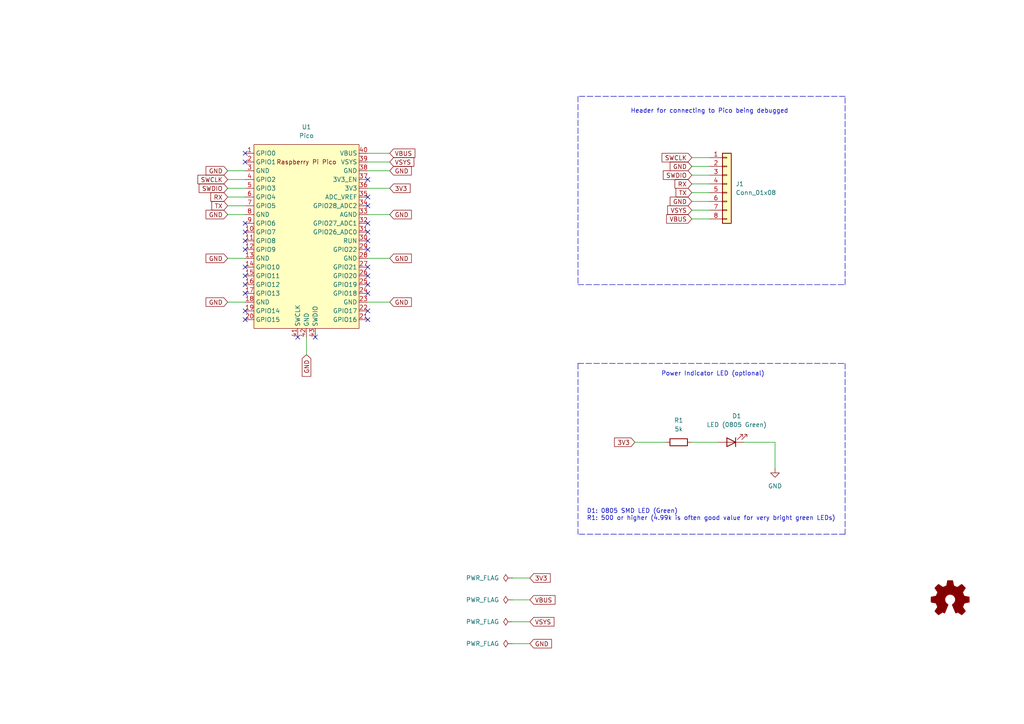
<source format=kicad_sch>
(kicad_sch (version 20211123) (generator eeschema)
  (paper "A4")
  (title_block (title "PicoProbe PCB") (date "2022-02-04") (rev "1.0") (comment 3 "Compact PicoProbe, no breadboard needed."))
  (lib_symbols
    (symbol "Connector_Generic:Conn_01x08" (pin_names (offset 1.016) hide)
      (property "Reference" "J" (at 0 10.16 0))
      (property "Value" "Conn_01x08" (at 0 -12.7 0))
      (symbol "Conn_01x08_1_1"
        (rectangle (start -1.27 -10.033) (end 0 -10.287) (stroke (width 0.1524)))
        (rectangle (start -1.27 -7.493) (end 0 -7.747) (stroke (width 0.1524)))
        (rectangle (start -1.27 -4.953) (end 0 -5.207) (stroke (width 0.1524)))
        (rectangle (start -1.27 -2.413) (end 0 -2.667) (stroke (width 0.1524)))
        (rectangle (start -1.27 0.127) (end 0 -0.127) (stroke (width 0.1524)))
        (rectangle (start -1.27 2.667) (end 0 2.413) (stroke (width 0.1524)))
        (rectangle (start -1.27 5.207) (end 0 4.953) (stroke (width 0.1524)))
        (rectangle (start -1.27 7.747) (end 0 7.493) (stroke (width 0.1524)))
        (rectangle (start -1.27 8.89) (end 1.27 -11.43) (stroke (width 0.254)) (fill (type background)))
        (pin passive line (at -5.08 7.62 0) (length 3.81) (name "Pin_1") (number "1"))
        (pin passive line (at -5.08 5.08 0) (length 3.81) (name "Pin_2") (number "2"))
        (pin passive line (at -5.08 2.54 0) (length 3.81) (name "Pin_3") (number "3"))
        (pin passive line (at -5.08 0 0) (length 3.81) (name "Pin_4") (number "4"))
        (pin passive line (at -5.08 -2.54 0) (length 3.81) (name "Pin_5") (number "5"))
        (pin passive line (at -5.08 -5.08 0) (length 3.81) (name "Pin_6") (number "6"))
        (pin passive line (at -5.08 -7.62 0) (length 3.81) (name "Pin_7") (number "7"))
        (pin passive line (at -5.08 -10.16 0) (length 3.81) (name "Pin_8") (number "8"))
      )
    )
    (symbol "Device:LED" (pin_numbers hide) (pin_names (offset 1.016) hide)
      (property "Reference" "D" (at 0 2.54 0))
      (property "Value" "LED" (at 0 -2.54 0))
      (symbol "LED_0_1"
        (polyline (pts (xy -1.27 -1.27) (xy -1.27 1.27)) (stroke (width 0.254)))
        (polyline (pts (xy -1.27 0) (xy 1.27 0)))
        (polyline (pts (xy 1.27 -1.27) (xy 1.27 1.27) (xy -1.27 0) (xy 1.27 -1.27)) (stroke (width 0.254)))
        (polyline (pts (xy -3.048 -0.762) (xy -4.572 -2.286) (xy -3.81 -2.286) (xy -4.572 -2.286) (xy -4.572 -1.524)))
        (polyline (pts (xy -1.778 -0.762) (xy -3.302 -2.286) (xy -2.54 -2.286) (xy -3.302 -2.286) (xy -3.302 -1.524)))
      )
      (symbol "LED_1_1"
        (pin passive line (at -3.81 0 0) (length 2.54) (name "K") (number "1"))
        (pin passive line (at 3.81 0 180) (length 2.54) (name "A") (number "2"))
      )
    )
    (symbol "Device:R" (pin_numbers hide) (pin_names (offset 0))
      (property "Reference" "R" (at 2.032 0 90))
      (property "Value" "R" (at 0 0 90))
      (symbol "R_0_1"
        (rectangle (start -1.016 -2.54) (end 1.016 2.54) (stroke (width 0.254)))
      )
      (symbol "R_1_1"
        (pin passive line (at 0 3.81 270) (length 1.27) (name "~") (number "1"))
        (pin passive line (at 0 -3.81 90) (length 1.27) (name "~") (number "2"))
      )
    )
    (symbol "Graphic:Logo_Open_Hardware_Small" (pin_names (offset 1.016))
      (symbol "Logo_Open_Hardware_Small_0_1"
        (polyline (pts (xy 3.3528 -4.3434) (xy 3.302 -4.318) (xy 3.175 -4.2418) (xy 2.9972 -4.1148) (xy 2.7686 -3.9624) (xy 2.54 -3.81) (xy 2.3622 -3.7084) (xy 2.2352 -3.6068) (xy 2.1844 -3.5814) (xy 2.159 -3.6068) (xy 2.0574 -3.6576) (xy 1.905 -3.7338) (xy 1.8034 -3.7846) (xy 1.6764 -3.8354) (xy 1.6002 -3.8354) (xy 1.6002 -3.8354) (xy 1.5494 -3.7338) (xy 1.4732 -3.5306) (xy 1.3462 -3.302) (xy 1.2446 -3.0226) (xy 1.1176 -2.7178) (xy 0.9652 -2.413) (xy 0.8636 -2.1082) (xy 0.7366 -1.8288) (xy 0.6604 -1.6256) (xy 0.6096 -1.4732) (xy 0.5842 -1.397) (xy 0.5842 -1.397) (xy 0.6604 -1.3208) (xy 0.7874 -1.2446) (xy 1.0414 -1.016) (xy 1.2954 -0.6858) (xy 1.4478 -0.3302) (xy 1.524 0.0762) (xy 1.4732 0.4572) (xy 1.3208 0.8128) (xy 1.0668 1.143) (xy 0.762 1.3716) (xy 0.4064 1.524) (xy 0 1.5748) (xy -0.381 1.5494) (xy -0.7366 1.397) (xy -1.0668 1.143) (xy -1.2192 0.9906) (xy -1.397 0.6604) (xy -1.524 0.3048) (xy -1.524 0.2286) (xy -1.4986 -0.1778) (xy -1.397 -0.5334) (xy -1.1938 -0.8636) (xy -0.9144 -1.143) (xy -0.8636 -1.1684) (xy -0.7366 -1.27) (xy -0.635 -1.3462) (xy -0.5842 -1.397) (xy -1.0668 -2.5908) (xy -1.143 -2.794) (xy -1.2954 -3.1242) (xy -1.397 -3.4036) (xy -1.4986 -3.6322) (xy -1.5748 -3.7846) (xy -1.6002 -3.8354) (xy -1.6002 -3.8354) (xy -1.651 -3.8354) (xy -1.7272 -3.81) (xy -1.905 -3.7338) (xy -2.0066 -3.683) (xy -2.1336 -3.6068) (xy -2.2098 -3.5814) (xy -2.2606 -3.6068) (xy -2.3622 -3.683) (xy -2.54 -3.81) (xy -2.7686 -3.9624) (xy -2.9718 -4.0894) (xy -3.1496 -4.2164) (xy -3.302 -4.318) (xy -3.3528 -4.3434) (xy -3.3782 -4.3434) (xy -3.429 -4.318) (xy -3.5306 -4.2164) (xy -3.7084 -4.064) (xy -3.937 -3.8354) (xy -3.9624 -3.81) (xy -4.1656 -3.6068) (xy -4.318 -3.4544) (xy -4.4196 -3.3274) (xy -4.445 -3.2766) (xy -4.445 -3.2766) (xy -4.4196 -3.2258) (xy -4.318 -3.0734) (xy -4.2164 -2.8956) (xy -4.064 -2.667) (xy -3.6576 -2.0828) (xy -3.8862 -1.5494) (xy -3.937 -1.3716) (xy -4.0386 -1.1684) (xy -4.0894 -1.0414) (xy -4.1148 -0.9652) (xy -4.191 -0.9398) (xy -4.318 -0.9144) (xy -4.5466 -0.8636) (xy -4.8006 -0.8128) (xy -5.0546 -0.7874) (xy -5.2578 -0.7366) (xy -5.4356 -0.7112) (xy -5.5118 -0.6858) (xy -5.5118 -0.6858) (xy -5.5372 -0.635) (xy -5.5372 -0.5588) (xy -5.5372 -0.4318) (xy -5.5626 -0.2286) (xy -5.5626 0.0762) (xy -5.5626 0.127) (xy -5.5372 0.4064) (xy -5.5372 0.635) (xy -5.5372 0.762) (xy -5.5372 0.8382) (xy -5.5372 0.8382) (xy -5.461 0.8382) (xy -5.3086 0.889) (xy -5.08 0.9144) (xy -4.826 0.9652) (xy -4.8006 0.9906) (xy -4.5466 1.0414) (xy -4.318 1.0668) (xy -4.1656 1.1176) (xy -4.0894 1.143) (xy -4.0894 1.143) (xy -4.0386 1.2446) (xy -3.9624 1.4224) (xy -3.8608 1.6256) (xy -3.7846 1.8288) (xy -3.7084 2.0066) (xy -3.6576 2.159) (xy -3.6322 2.2098) (xy -3.6322 2.2098) (xy -3.683 2.286) (xy -3.7592 2.413) (xy -3.8862 2.5908) (xy -4.064 2.8194) (xy -4.064 2.8448) (xy -4.2164 3.0734) (xy -4.3434 3.2512) (xy -4.4196 3.3782) (xy -4.445 3.4544) (xy -4.445 3.4544) (xy -4.3942 3.5052) (xy -4.2926 3.6322) (xy -4.1148 3.81) (xy -3.937 4.0132) (xy -3.8608 4.064) (xy -3.6576 4.2926) (xy -3.5052 4.4196) (xy -3.4036 4.4958) (xy -3.3528 4.5212) (xy -3.3528 4.5212) (xy -3.302 4.4704) (xy -3.1496 4.3688) (xy -2.9718 4.2418) (xy -2.7432 4.0894) (xy -2.7178 4.0894) (xy -2.4892 3.937) (xy -2.3114 3.81) (xy -2.1844 3.7084) (xy -2.1336 3.683) (xy -2.1082 3.683) (xy -2.032 3.7084) (xy -1.8542 3.7592) (xy -1.6764 3.8354) (xy -1.4732 3.937) (xy -1.27 4.0132) (xy -1.143 4.064) (xy -1.0668 4.1148) (xy -1.0668 4.1148) (xy -1.0414 4.191) (xy -1.016 4.3434) (xy -0.9652 4.572) (xy -0.9144 4.8514) (xy -0.889 4.9022) (xy -0.8382 5.1562) (xy -0.8128 5.3848) (xy -0.7874 5.5372) (xy -0.762 5.588) (xy -0.7112 5.6134) (xy -0.5842 5.6134) (xy -0.4064 5.6134) (xy -0.1524 5.6134) (xy 0.0762 5.6134) (xy 0.3302 5.6134) (xy 0.5334 5.6134) (xy 0.6858 5.588) (xy 0.7366 5.588) (xy 0.7366 5.588) (xy 0.762 5.5118) (xy 0.8128 5.334) (xy 0.8382 5.1054) (xy 0.9144 4.826) (xy 0.9144 4.7752) (xy 0.9652 4.5212) (xy 1.016 4.2926) (xy 1.0414 4.1402) (xy 1.0668 4.0894) (xy 1.0668 4.0894) (xy 1.1938 4.0386) (xy 1.3716 3.9624) (xy 1.5748 3.8608) (xy 2.0828 3.6576) (xy 2.7178 4.0894) (xy 2.7686 4.1402) (xy 2.9972 4.2926) (xy 3.175 4.4196) (xy 3.302 4.4958) (xy 3.3782 4.5212) (xy 3.3782 4.5212) (xy 3.429 4.4704) (xy 3.556 4.3434) (xy 3.7338 4.191) (xy 3.9116 3.9878) (xy 4.064 3.8354) (xy 4.2418 3.6576) (xy 4.3434 3.556) (xy 4.4196 3.4798) (xy 4.4196 3.429) (xy 4.4196 3.4036) (xy 4.3942 3.3274) (xy 4.2926 3.2004) (xy 4.1656 2.9972) (xy 4.0132 2.794) (xy 3.8862 2.5908) (xy 3.7592 2.3876) (xy 3.6576 2.2352) (xy 3.6322 2.159) (xy 3.6322 2.1336) (xy 3.683 2.0066) (xy 3.7592 1.8288) (xy 3.8608 1.6002) (xy 4.064 1.1176) (xy 4.3942 1.0414) (xy 4.5974 1.016) (xy 4.8768 0.9652) (xy 5.1308 0.9144) (xy 5.5372 0.8382) (xy 5.5626 -0.6604) (xy 5.4864 -0.6858) (xy 5.4356 -0.6858) (xy 5.2832 -0.7366) (xy 5.0546 -0.762) (xy 4.8006 -0.8128) (xy 4.5974 -0.8636) (xy 4.3688 -0.9144) (xy 4.2164 -0.9398) (xy 4.1402 -0.9398) (xy 4.1148 -0.9652) (xy 4.064 -1.0668) (xy 3.9878 -1.2446) (xy 3.9116 -1.4478) (xy 3.81 -1.651) (xy 3.7338 -1.8542) (xy 3.683 -2.0066) (xy 3.6576 -2.0828) (xy 3.683 -2.1336) (xy 3.7846 -2.2606) (xy 3.8862 -2.4638) (xy 4.0386 -2.667) (xy 4.191 -2.8956) (xy 4.318 -3.0734) (xy 4.3942 -3.2004) (xy 4.445 -3.2766) (xy 4.4196 -3.3274) (xy 4.3434 -3.429) (xy 4.1656 -3.5814) (xy 3.937 -3.8354) (xy 3.8862 -3.8608) (xy 3.683 -4.064) (xy 3.5306 -4.2164) (xy 3.4036 -4.318) (xy 3.3528 -4.3434)) (fill (type outline)))
      )
    )
    (symbol "RaspberryPi Pico:Pico"
      (property "Reference" "U" (at -13.97 27.94 0))
      (property "Value" "Pico" (at 0 19.05 0))
      (symbol "Pico_0_0"
        (text "Raspberry Pi Pico" (at 0 21.59 0) (effects (font (size 1.27 1.27))))
      )
      (symbol "Pico_0_1"
        (rectangle (start -15.24 26.67) (end 15.24 -26.67) (fill (type background)))
      )
      (symbol "Pico_1_1"
        (pin bidirectional line (at -17.78 24.13 0) (length 2.54) (name "GPIO0") (number "1"))
        (pin bidirectional line (at -17.78 1.27 0) (length 2.54) (name "GPIO7") (number "10"))
        (pin bidirectional line (at -17.78 -1.27 0) (length 2.54) (name "GPIO8") (number "11"))
        (pin bidirectional line (at -17.78 -3.81 0) (length 2.54) (name "GPIO9") (number "12"))
        (pin power_in line (at -17.78 -6.35 0) (length 2.54) (name "GND") (number "13"))
        (pin bidirectional line (at -17.78 -8.89 0) (length 2.54) (name "GPIO10") (number "14"))
        (pin bidirectional line (at -17.78 -11.43 0) (length 2.54) (name "GPIO11") (number "15"))
        (pin bidirectional line (at -17.78 -13.97 0) (length 2.54) (name "GPIO12") (number "16"))
        (pin bidirectional line (at -17.78 -16.51 0) (length 2.54) (name "GPIO13") (number "17"))
        (pin power_in line (at -17.78 -19.05 0) (length 2.54) (name "GND") (number "18"))
        (pin bidirectional line (at -17.78 -21.59 0) (length 2.54) (name "GPIO14") (number "19"))
        (pin bidirectional line (at -17.78 21.59 0) (length 2.54) (name "GPIO1") (number "2"))
        (pin bidirectional line (at -17.78 -24.13 0) (length 2.54) (name "GPIO15") (number "20"))
        (pin bidirectional line (at 17.78 -24.13 180) (length 2.54) (name "GPIO16") (number "21"))
        (pin bidirectional line (at 17.78 -21.59 180) (length 2.54) (name "GPIO17") (number "22"))
        (pin power_in line (at 17.78 -19.05 180) (length 2.54) (name "GND") (number "23"))
        (pin bidirectional line (at 17.78 -16.51 180) (length 2.54) (name "GPIO18") (number "24"))
        (pin bidirectional line (at 17.78 -13.97 180) (length 2.54) (name "GPIO19") (number "25"))
        (pin bidirectional line (at 17.78 -11.43 180) (length 2.54) (name "GPIO20") (number "26"))
        (pin bidirectional line (at 17.78 -8.89 180) (length 2.54) (name "GPIO21") (number "27"))
        (pin power_in line (at 17.78 -6.35 180) (length 2.54) (name "GND") (number "28"))
        (pin bidirectional line (at 17.78 -3.81 180) (length 2.54) (name "GPIO22") (number "29"))
        (pin power_in line (at -17.78 19.05 0) (length 2.54) (name "GND") (number "3"))
        (pin input line (at 17.78 -1.27 180) (length 2.54) (name "RUN") (number "30"))
        (pin bidirectional line (at 17.78 1.27 180) (length 2.54) (name "GPIO26_ADC0") (number "31"))
        (pin bidirectional line (at 17.78 3.81 180) (length 2.54) (name "GPIO27_ADC1") (number "32"))
        (pin power_in line (at 17.78 6.35 180) (length 2.54) (name "AGND") (number "33"))
        (pin bidirectional line (at 17.78 8.89 180) (length 2.54) (name "GPIO28_ADC2") (number "34"))
        (pin power_in line (at 17.78 11.43 180) (length 2.54) (name "ADC_VREF") (number "35"))
        (pin power_in line (at 17.78 13.97 180) (length 2.54) (name "3V3") (number "36"))
        (pin input line (at 17.78 16.51 180) (length 2.54) (name "3V3_EN") (number "37"))
        (pin power_in line (at 17.78 19.05 180) (length 2.54) (name "GND") (number "38"))
        (pin power_in line (at 17.78 21.59 180) (length 2.54) (name "VSYS") (number "39"))
        (pin bidirectional line (at -17.78 16.51 0) (length 2.54) (name "GPIO2") (number "4"))
        (pin power_in line (at 17.78 24.13 180) (length 2.54) (name "VBUS") (number "40"))
        (pin input line (at -2.54 -29.21 90) (length 2.54) (name "SWCLK") (number "41"))
        (pin power_in line (at 0 -29.21 90) (length 2.54) (name "GND") (number "42"))
        (pin bidirectional line (at 2.54 -29.21 90) (length 2.54) (name "SWDIO") (number "43"))
        (pin bidirectional line (at -17.78 13.97 0) (length 2.54) (name "GPIO3") (number "5"))
        (pin bidirectional line (at -17.78 11.43 0) (length 2.54) (name "GPIO4") (number "6"))
        (pin bidirectional line (at -17.78 8.89 0) (length 2.54) (name "GPIO5") (number "7"))
        (pin power_in line (at -17.78 6.35 0) (length 2.54) (name "GND") (number "8"))
        (pin bidirectional line (at -17.78 3.81 0) (length 2.54) (name "GPIO6") (number "9"))
      )
    )
    (symbol "power:GND" (power) (pin_names (offset 0))
      (property "Value" "GND" (at 0 -3.81 0))
      (symbol "GND_0_1"
        (polyline (pts (xy 0 0) (xy 0 -1.27) (xy 1.27 -1.27) (xy 0 -2.54) (xy -1.27 -1.27) (xy 0 -1.27)))
      )
      (symbol "GND_1_1"
        (pin power_in line (at 0 0 270) (length 0) hide (name "GND") (number "1"))
      )
    )
    (symbol "power:PWR_FLAG" (power) (pin_numbers hide) (pin_names (offset 0) hide)
      (property "Value" "PWR_FLAG" (at 0 3.81 0))
      (symbol "PWR_FLAG_0_0"
        (pin power_out line (at 0 0 90) (length 0) (name "pwr") (number "1"))
      )
      (symbol "PWR_FLAG_0_1"
        (polyline (pts (xy 0 0) (xy 0 1.27) (xy -1.016 1.905) (xy 0 2.54) (xy 1.016 1.905) (xy 0 1.27)))
      )
    )
  )
  (no_connect (at 71.12 64.77))
  (no_connect (at 71.12 67.31))
  (no_connect (at 71.12 92.71))
  (no_connect (at 71.12 90.17))
  (no_connect (at 71.12 72.39))
  (no_connect (at 71.12 77.47))
  (no_connect (at 71.12 69.85))
  (no_connect (at 71.12 44.45))
  (no_connect (at 71.12 46.99))
  (no_connect (at 71.12 80.01))
  (no_connect (at 71.12 82.55))
  (no_connect (at 71.12 85.09))
  (no_connect (at 106.68 52.07))
  (no_connect (at 106.68 64.77))
  (no_connect (at 106.68 85.09))
  (no_connect (at 106.68 90.17))
  (no_connect (at 106.68 80.01))
  (no_connect (at 106.68 72.39))
  (no_connect (at 106.68 77.47))
  (no_connect (at 106.68 82.55))
  (no_connect (at 106.68 57.15))
  (no_connect (at 106.68 59.69))
  (no_connect (at 106.68 69.85))
  (no_connect (at 106.68 67.31))
  (no_connect (at 106.68 92.71))
  (no_connect (at 86.36 97.79))
  (no_connect (at 91.44 97.79))
  (wire (pts (xy 148.59 180.34) (xy 153.67 180.34)))
  (wire (pts (xy 200.66 63.5) (xy 205.74 63.5)))
  (wire (pts (xy 106.68 49.53) (xy 113.03 49.53)))
  (wire (pts (xy 200.66 50.8) (xy 205.74 50.8)))
  (wire (pts (xy 66.04 59.69) (xy 71.12 59.69)))
  (wire (pts (xy 106.68 62.23) (xy 113.03 62.23)))
  (wire (pts (xy 200.66 53.34) (xy 205.74 53.34)))
  (polyline (pts (xy 167.64 105.41) (xy 167.64 154.94)))
  (polyline (pts (xy 245.11 27.94) (xy 167.64 27.94)))
  (polyline (pts (xy 167.64 27.94) (xy 167.64 82.55)))
  (wire (pts (xy 200.66 45.72) (xy 205.74 45.72)))
  (wire (pts (xy 106.68 44.45) (xy 113.03 44.45)))
  (polyline (pts (xy 245.11 154.94) (xy 167.64 154.94)))
  (wire (pts (xy 200.66 60.96) (xy 205.74 60.96)))
  (wire (pts (xy 215.9 128.27) (xy 224.79 128.27)))
  (polyline (pts (xy 167.64 82.55) (xy 245.11 82.55)))
  (wire (pts (xy 66.04 74.93) (xy 71.12 74.93)))
  (wire (pts (xy 148.59 167.64) (xy 153.67 167.64)))
  (wire (pts (xy 200.66 128.27) (xy 208.28 128.27)))
  (wire (pts (xy 148.59 186.69) (xy 153.67 186.69)))
  (wire (pts (xy 106.68 54.61) (xy 113.03 54.61)))
  (wire (pts (xy 66.04 52.07) (xy 71.12 52.07)))
  (wire (pts (xy 66.04 54.61) (xy 71.12 54.61)))
  (wire (pts (xy 88.9 97.79) (xy 88.9 102.87)))
  (wire (pts (xy 200.66 48.26) (xy 205.74 48.26)))
  (polyline (pts (xy 245.11 82.55) (xy 245.11 27.94)))
  (polyline (pts (xy 167.64 105.41) (xy 245.11 105.41)))
  (wire (pts (xy 66.04 57.15) (xy 71.12 57.15)))
  (polyline (pts (xy 245.11 105.41) (xy 245.11 154.94)))
  (wire (pts (xy 106.68 87.63) (xy 113.03 87.63)))
  (wire (pts (xy 106.68 46.99) (xy 113.03 46.99)))
  (wire (pts (xy 106.68 74.93) (xy 113.03 74.93)))
  (wire (pts (xy 200.66 55.88) (xy 205.74 55.88)))
  (wire (pts (xy 148.59 173.99) (xy 153.67 173.99)))
  (wire (pts (xy 200.66 58.42) (xy 205.74 58.42)))
  (wire (pts (xy 184.15 128.27) (xy 193.04 128.27)))
  (wire (pts (xy 66.04 49.53) (xy 71.12 49.53)))
  (wire (pts (xy 66.04 62.23) (xy 71.12 62.23)))
  (wire (pts (xy 66.04 87.63) (xy 71.12 87.63)))
  (wire (pts (xy 224.79 128.27) (xy 224.79 135.89)))
  (text "Header for connecting to Pico being debugged" (at 182.88 33.02 0) (effects (font (size 1.27 1.27)) (justify left bottom)))
  (text "D1: 0805 SMD LED (Green)\nR1: 500 or higher (4.99k is often good value for very bright green LEDs)" (at 170.18 151.13 0) (effects (font (size 1.27 1.27)) (justify left bottom)))
  (text "Power Indicator LED (optional)" (at 191.77 109.22 0) (effects (font (size 1.27 1.27)) (justify left bottom)))
  (global_label "GND" (shape input) (at 88.9 102.87 270) (property "Intersheet References" "${INTERSHEET_REFS}" (effects hide)))
  (global_label "SWCLK" (shape input) (at 66.04 52.07 180) (property "Intersheet References" "${INTERSHEET_REFS}" (effects hide)))
  (global_label "RX" (shape input) (at 200.66 53.34 180) (property "Intersheet References" "${INTERSHEET_REFS}" (effects hide)))
  (global_label "GND" (shape input) (at 113.03 49.53 0) (property "Intersheet References" "${INTERSHEET_REFS}" (effects hide)))
  (global_label "VSYS" (shape input) (at 200.66 60.96 180) (property "Intersheet References" "${INTERSHEET_REFS}" (effects hide)))
  (global_label "GND" (shape input) (at 113.03 74.93 0) (property "Intersheet References" "${INTERSHEET_REFS}" (effects hide)))
  (global_label "GND" (shape input) (at 200.66 58.42 180) (property "Intersheet References" "${INTERSHEET_REFS}" (effects hide)))
  (global_label "GND" (shape input) (at 113.03 62.23 0) (property "Intersheet References" "${INTERSHEET_REFS}" (effects hide)))
  (global_label "SWCLK" (shape input) (at 200.66 45.72 180) (property "Intersheet References" "${INTERSHEET_REFS}" (effects hide)))
  (global_label "GND" (shape input) (at 200.66 48.26 180) (property "Intersheet References" "${INTERSHEET_REFS}" (effects hide)))
  (global_label "SWDIO" (shape input) (at 66.04 54.61 180) (property "Intersheet References" "${INTERSHEET_REFS}" (effects hide)))
  (global_label "RX" (shape input) (at 66.04 57.15 180) (property "Intersheet References" "${INTERSHEET_REFS}" (effects hide)))
  (global_label "TX" (shape input) (at 200.66 55.88 180) (property "Intersheet References" "${INTERSHEET_REFS}" (effects hide)))
  (global_label "GND" (shape input) (at 66.04 74.93 180) (property "Intersheet References" "${INTERSHEET_REFS}" (effects hide)))
  (global_label "VSYS" (shape input) (at 113.03 46.99 0) (property "Intersheet References" "${INTERSHEET_REFS}" (effects hide)))
  (global_label "VSYS" (shape input) (at 153.67 180.34 0) (property "Intersheet References" "${INTERSHEET_REFS}" (effects hide)))
  (global_label "VBUS" (shape input) (at 153.67 173.99 0) (property "Intersheet References" "${INTERSHEET_REFS}" (effects hide)))
  (global_label "GND" (shape input) (at 66.04 87.63 180) (property "Intersheet References" "${INTERSHEET_REFS}" (effects hide)))
  (global_label "VBUS" (shape input) (at 113.03 44.45 0) (property "Intersheet References" "${INTERSHEET_REFS}" (effects hide)))
  (global_label "GND" (shape input) (at 113.03 87.63 0) (property "Intersheet References" "${INTERSHEET_REFS}" (effects hide)))
  (global_label "VBUS" (shape input) (at 200.66 63.5 180) (property "Intersheet References" "${INTERSHEET_REFS}" (effects hide)))
  (global_label "SWDIO" (shape input) (at 200.66 50.8 180) (property "Intersheet References" "${INTERSHEET_REFS}" (effects hide)))
  (global_label "3V3" (shape input) (at 184.15 128.27 180) (property "Intersheet References" "${INTERSHEET_REFS}" (effects hide)))
  (global_label "GND" (shape input) (at 66.04 62.23 180) (property "Intersheet References" "${INTERSHEET_REFS}" (effects hide)))
  (global_label "3V3" (shape input) (at 113.03 54.61 0) (property "Intersheet References" "${INTERSHEET_REFS}" (effects hide)))
  (global_label "TX" (shape input) (at 66.04 59.69 180) (property "Intersheet References" "${INTERSHEET_REFS}" (effects hide)))
  (global_label "GND" (shape input) (at 66.04 49.53 180) (property "Intersheet References" "${INTERSHEET_REFS}" (effects hide)))
  (global_label "3V3" (shape input) (at 153.67 167.64 0) (property "Intersheet References" "${INTERSHEET_REFS}" (effects hide)))
  (global_label "GND" (shape input) (at 153.67 186.69 0) (property "Intersheet References" "${INTERSHEET_REFS}" (effects hide)))
  (symbol (lib_id "Connector_Generic:Conn_01x08") (at 210.82 53.34 0) (unit 1)
    (property "Reference" "J1" (at 213.36 53.3399 0) (effects (justify left)))
    (property "Value" "Conn_01x08" (at 213.36 55.8799 0) (effects (justify left)))
    (property "Footprint" "Connector_PinHeader_2.54mm:PinHeader_1x08_P2.54mm_Vertical" (effects hide))
  )
  (symbol (lib_id "power:PWR_FLAG") (at 148.59 180.34 90) (unit 1)
    (property "Reference" "#FLG03" (effects hide))
    (property "Value" "PWR_FLAG" (at 144.78 180.3399 90) (effects (justify left)))
  )
  (symbol (lib_id "RaspberryPi Pico:Pico") (at 88.9 68.58 0) (unit 1)
    (property "Reference" "U1" (at 88.9 36.83 0))
    (property "Value" "Pico" (at 88.9 39.37 0))
    (property "Footprint" "MCU_RaspberryPi_and_Boards:RPi_Pico_SMD_TH" (effects hide))
  )
  (symbol (lib_id "Device:LED") (at 212.09 128.27 180) (unit 1)
    (property "Reference" "D1" (at 213.6775 120.65 0))
    (property "Value" "LED (0805 Green)" (at 213.6775 123.19 0))
    (property "Footprint" "LED_SMD:LED_0805_2012Metric_Pad1.15x1.40mm_HandSolder" (effects hide))
  )
  (symbol (lib_id "power:PWR_FLAG") (at 148.59 173.99 90) (unit 1)
    (property "Reference" "#FLG02" (effects hide))
    (property "Value" "PWR_FLAG" (at 144.78 173.9899 90) (effects (justify left)))
  )
  (symbol (lib_id "power:PWR_FLAG") (at 148.59 186.69 90) (unit 1)
    (property "Reference" "#FLG04" (effects hide))
    (property "Value" "PWR_FLAG" (at 144.78 186.6899 90) (effects (justify left)))
  )
  (symbol (lib_id "power:PWR_FLAG") (at 148.59 167.64 90) (unit 1)
    (property "Reference" "#FLG01" (effects hide))
    (property "Value" "PWR_FLAG" (at 144.78 167.6399 90) (effects (justify left)))
  )
  (symbol (lib_id "power:GND") (at 224.79 135.89 0) (unit 1)
    (property "Reference" "#PWR01" (effects hide))
    (property "Value" "GND" (at 224.79 140.97 0))
  )
  (symbol (lib_id "Device:R") (at 196.85 128.27 90) (unit 1)
    (property "Reference" "R1" (at 196.85 121.92 90))
    (property "Value" "5k" (at 196.85 124.46 90))
    (property "Footprint" "Resistor_SMD:R_0805_2012Metric_Pad1.20x1.40mm_HandSolder" (effects hide))
  )
  (symbol (lib_id "Graphic:Logo_Open_Hardware_Small") (at 275.59 173.99 0) (unit 1)
    (property "Reference" "#LOGO1" (effects hide))
    (property "Value" "Logo_Open_Hardware_Small" (effects hide))
  )
)
</source>
